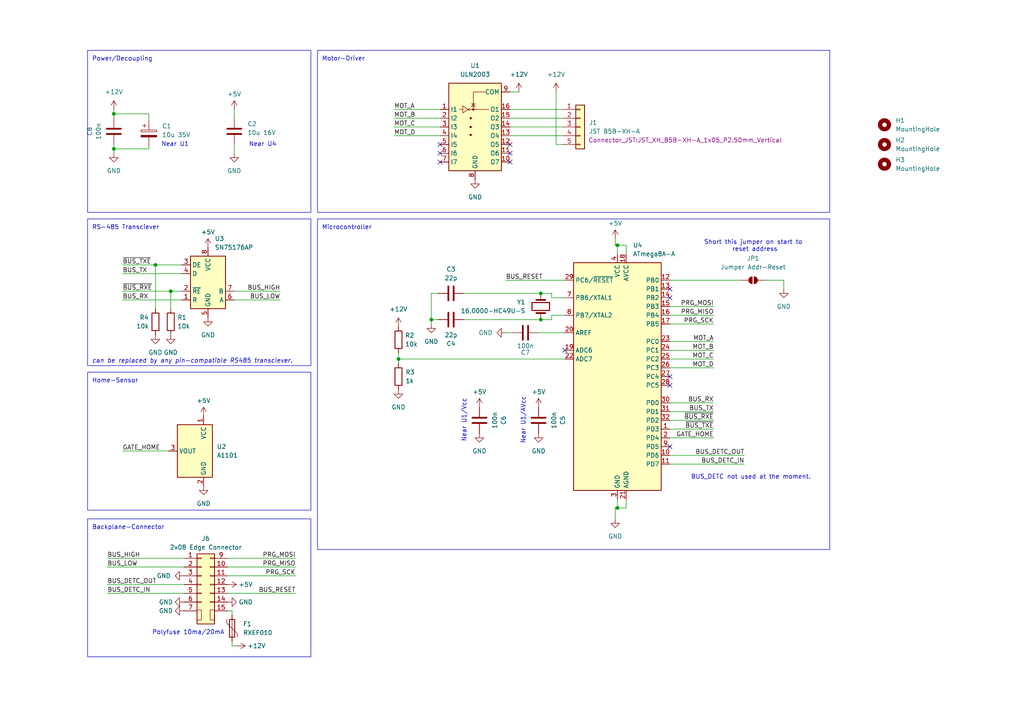
<source format=kicad_sch>
(kicad_sch (version 20250114) (generator "eeschema") (generator_version "9.0")
  (paper "A4")
  (title_block (title "Split-Flap Module Controller ") (date "2025-01-10") (rev "1") (company "Dennis Gunia www.dennisgunia.de") (comment 1 "Rev1 replaced U1 with dip variant"))
  (lib_symbols
    (symbol "Connector_Generic:Conn_01x05" (pin_names (offset 1.016) (hide yes))
      (property "Reference" "J" (at 0 7.62 0))
      (property "Value" "Conn_01x05" (at 0 -7.62 0))
      (symbol "Conn_01x05_1_1"
        (rectangle (start -1.27 6.35) (end 1.27 -6.35) (stroke (width 0.254)) (fill (type background)))
        (rectangle (start -1.27 5.207) (end 0 4.953) (stroke (width 0.1524)))
        (rectangle (start -1.27 2.667) (end 0 2.413) (stroke (width 0.1524)))
        (rectangle (start -1.27 0.127) (end 0 -0.127) (stroke (width 0.1524)))
        (rectangle (start -1.27 -2.413) (end 0 -2.667) (stroke (width 0.1524)))
        (rectangle (start -1.27 -4.953) (end 0 -5.207) (stroke (width 0.1524)))
        (pin passive line (at -5.08 5.08 0) (length 3.81) (name "Pin_1") (number "1"))
        (pin passive line (at -5.08 2.54 0) (length 3.81) (name "Pin_2") (number "2"))
        (pin passive line (at -5.08 0 0) (length 3.81) (name "Pin_3") (number "3"))
        (pin passive line (at -5.08 -2.54 0) (length 3.81) (name "Pin_4") (number "4"))
        (pin passive line (at -5.08 -5.08 0) (length 3.81) (name "Pin_5") (number "5"))
      )
    )
    (symbol "Connector_Generic:Conn_02x08_Top_Bottom" (pin_names (offset 1.016) (hide yes))
      (property "Reference" "J6" (at 1.27 13.335 0))
      (property "Value" "2x08 Edge Connector" (at 1.27 10.795 0))
      (symbol "Conn_02x08_Top_Bottom_1_1"
        (rectangle (start -1.27 8.89) (end 3.81 -11.43) (stroke (width 0.254)) (fill (type background)))
        (rectangle (start -1.27 7.747) (end 0 7.493) (stroke (width 0.1524)))
        (rectangle (start -1.27 5.207) (end 0 4.953) (stroke (width 0.1524)))
        (rectangle (start -1.27 2.667) (end 0 2.413) (stroke (width 0.1524)))
        (rectangle (start -1.27 0.127) (end 0 -0.127) (stroke (width 0.1524)))
        (rectangle (start -1.27 -2.413) (end 0 -2.667) (stroke (width 0.1524)))
        (rectangle (start -1.27 -4.953) (end 0 -5.207) (stroke (width 0.1524)))
        (rectangle (start -1.27 -7.366) (end 0 -10.287) (stroke (width 0.1524)))
        (rectangle (start 2.54 -7.366) (end 3.81 -10.287) (stroke (width 0.1524)))
        (rectangle (start 3.81 7.747) (end 2.54 7.493) (stroke (width 0.1524)))
        (rectangle (start 3.81 5.207) (end 2.54 4.953) (stroke (width 0.1524)))
        (rectangle (start 3.81 2.667) (end 2.54 2.413) (stroke (width 0.1524)))
        (rectangle (start 3.81 0.127) (end 2.54 -0.127) (stroke (width 0.1524)))
        (rectangle (start 3.81 -2.413) (end 2.54 -2.667) (stroke (width 0.1524)))
        (rectangle (start 3.81 -4.953) (end 2.54 -5.207) (stroke (width 0.1524)))
        (pin passive line (at -5.08 7.62 0) (length 3.81) (name "Pin_1") (number "1"))
        (pin passive line (at -5.08 5.08 0) (length 3.81) (name "Pin_2") (number "2"))
        (pin passive line (at -5.08 2.54 0) (length 3.81) (name "Pin_3") (number "3"))
        (pin passive line (at -5.08 0 0) (length 3.81) (name "Pin_4") (number "4"))
        (pin passive line (at -5.08 -2.54 0) (length 3.81) (name "Pin_5") (number "5"))
        (pin passive line (at -5.08 -5.08 0) (length 3.81) (name "Pin_6") (number "6"))
        (pin passive line (at -5.08 -7.62 0) (length 3.81) (name "Pin_7") (number "7"))
        (pin no_connect line (at -5.08 -10.16 0) (length 3.81) (hide yes) (name "Pin_8") (number "8"))
        (pin passive line (at 7.62 7.62 180) (length 3.81) (name "Pin_9") (number "9"))
        (pin passive line (at 7.62 5.08 180) (length 3.81) (name "Pin_10") (number "10"))
        (pin passive line (at 7.62 2.54 180) (length 3.81) (name "Pin_11") (number "11"))
        (pin passive line (at 7.62 0 180) (length 3.81) (name "Pin_12") (number "12"))
        (pin passive line (at 7.62 -2.54 180) (length 3.81) (name "Pin_13") (number "13"))
        (pin passive line (at 7.62 -5.08 180) (length 3.81) (name "Pin_14") (number "14"))
        (pin passive line (at 7.62 -7.62 180) (length 3.81) (name "Pin_15") (number "15"))
        (pin no_connect line (at 7.62 -10.16 180) (length 3.81) (hide yes) (name "Pin_16") (number "16"))
      )
    )
    (symbol "Device:C" (pin_numbers (hide yes)) (pin_names (offset 0.254))
      (property "Reference" "C" (at 0.635 2.54 0))
      (property "Value" "C" (at 0.635 -2.54 0))
      (symbol "C_0_1"
        (polyline (pts (xy -2.032 0.762) (xy 2.032 0.762)) (stroke (width 0.508)))
        (polyline (pts (xy -2.032 -0.762) (xy 2.032 -0.762)) (stroke (width 0.508)))
      )
      (symbol "C_1_1"
        (pin passive line (at 0 3.81 270) (length 2.794) (name "~") (number "1"))
        (pin passive line (at 0 -3.81 90) (length 2.794) (name "~") (number "2"))
      )
    )
    (symbol "Device:C_Polarized" (pin_numbers (hide yes)) (pin_names (offset 0.254))
      (property "Reference" "C" (at 0.635 2.54 0))
      (property "Value" "C_Polarized" (at 0.635 -2.54 0))
      (symbol "C_Polarized_0_1"
        (rectangle (start -2.286 0.508) (end 2.286 1.016))
        (polyline (pts (xy -1.778 2.286) (xy -0.762 2.286)))
        (polyline (pts (xy -1.27 2.794) (xy -1.27 1.778)))
        (rectangle (start 2.286 -0.508) (end -2.286 -1.016) (fill (type outline)))
      )
      (symbol "C_Polarized_1_1"
        (pin passive line (at 0 3.81 270) (length 2.794) (name "~") (number "1"))
        (pin passive line (at 0 -3.81 90) (length 2.794) (name "~") (number "2"))
      )
    )
    (symbol "Device:Crystal" (pin_numbers (hide yes)) (pin_names (offset 1.016) (hide yes))
      (property "Reference" "Y" (at 0 3.81 0))
      (property "Value" "Crystal" (at 0 -3.81 0))
      (symbol "Crystal_0_1"
        (polyline (pts (xy -2.54 0) (xy -1.905 0)))
        (polyline (pts (xy -1.905 -1.27) (xy -1.905 1.27)) (stroke (width 0.508)))
        (rectangle (start -1.143 2.54) (end 1.143 -2.54) (stroke (width 0.3048)))
        (polyline (pts (xy 1.905 -1.27) (xy 1.905 1.27)) (stroke (width 0.508)))
        (polyline (pts (xy 2.54 0) (xy 1.905 0)))
      )
      (symbol "Crystal_1_1"
        (pin passive line (at -3.81 0 0) (length 1.27) (name "1") (number "1"))
        (pin passive line (at 3.81 0 180) (length 1.27) (name "2") (number "2"))
      )
    )
    (symbol "Device:Polyfuse" (pin_numbers (hide yes)) (pin_names (offset 0))
      (property "Reference" "F" (at -2.54 0 90))
      (property "Value" "Polyfuse" (at 2.54 0 90))
      (symbol "Polyfuse_0_1"
        (polyline (pts (xy -1.524 2.54) (xy -1.524 1.524) (xy 1.524 -1.524) (xy 1.524 -2.54)))
        (rectangle (start -0.762 2.54) (end 0.762 -2.54) (stroke (width 0.254)))
        (polyline (pts (xy 0 2.54) (xy 0 -2.54)))
      )
      (symbol "Polyfuse_1_1"
        (pin passive line (at 0 3.81 270) (length 1.27) (name "~") (number "1"))
        (pin passive line (at 0 -3.81 90) (length 1.27) (name "~") (number "2"))
      )
    )
    (symbol "Device:R" (pin_numbers (hide yes)) (pin_names (offset 0))
      (property "Reference" "R" (at 2.032 0 90))
      (property "Value" "R" (at 0 0 90))
      (symbol "R_0_1"
        (rectangle (start -1.016 -2.54) (end 1.016 2.54) (stroke (width 0.254)))
      )
      (symbol "R_1_1"
        (pin passive line (at 0 3.81 270) (length 1.27) (name "~") (number "1"))
        (pin passive line (at 0 -3.81 90) (length 1.27) (name "~") (number "2"))
      )
    )
    (symbol "Interface_UART:SN75176AP"
      (property "Reference" "U" (at -4.318 8.89 0))
      (property "Value" "SN75176AP" (at 1.016 8.89 0))
      (symbol "SN75176AP_0_1"
        (rectangle (start -5.08 7.62) (end 5.08 -7.62) (stroke (width 0.254)) (fill (type background)))
      )
      (symbol "SN75176AP_1_1"
        (pin input line (at -7.62 5.08 0) (length 2.54) (name "DE") (number "3"))
        (pin input line (at -7.62 2.54 0) (length 2.54) (name "D") (number "4"))
        (pin input line (at -7.62 -2.54 0) (length 2.54) (name "~{RE}") (number "2"))
        (pin output line (at -7.62 -5.08 0) (length 2.54) (name "R") (number "1"))
        (pin power_in line (at 0 10.16 270) (length 2.54) (name "VCC") (number "8"))
        (pin power_in line (at 0 -10.16 90) (length 2.54) (name "GND") (number "5"))
        (pin bidirectional line (at 7.62 -2.54 180) (length 2.54) (name "B") (number "7"))
        (pin bidirectional line (at 7.62 -5.08 180) (length 2.54) (name "A") (number "6"))
      )
    )
    (symbol "Jumper:SolderJumper_2_Open" (pin_numbers (hide yes)) (pin_names (offset 0) (hide yes)) (in_bom no)
      (property "Reference" "JP" (at 0 2.032 0))
      (property "Value" "SolderJumper_2_Open" (at 0 -2.54 0))
      (symbol "SolderJumper_2_Open_0_1"
        (polyline (pts (xy -0.254 1.016) (xy -0.254 -1.016)))
        (arc (start -0.254 -1.016) (mid -1.2656 0) (end -0.254 1.016))
        (arc (start -0.254 -1.016) (mid -1.2656 0) (end -0.254 1.016) (fill (type outline)))
        (arc (start 0.254 1.016) (mid 1.2656 0) (end 0.254 -1.016))
        (arc (start 0.254 1.016) (mid 1.2656 0) (end 0.254 -1.016) (fill (type outline)))
        (polyline (pts (xy 0.254 1.016) (xy 0.254 -1.016)))
      )
      (symbol "SolderJumper_2_Open_1_1"
        (pin passive line (at -3.81 0 0) (length 2.54) (name "A") (number "1"))
        (pin passive line (at 3.81 0 180) (length 2.54) (name "B") (number "2"))
      )
    )
    (symbol "MCU_Microchip_ATmega:ATmega8A-A"
      (property "Reference" "U" (at -12.7 34.29 0))
      (property "Value" "ATmega8A-A" (at 5.08 -34.29 0))
      (symbol "ATmega8A-A_0_1"
        (rectangle (start -12.7 -33.02) (end 12.7 33.02) (stroke (width 0.254)) (fill (type background)))
      )
      (symbol "ATmega8A-A_1_1"
        (pin bidirectional line (at -15.24 27.94 0) (length 2.54) (name "PC6/~{RESET}") (number "29"))
        (pin bidirectional line (at -15.24 22.86 0) (length 2.54) (name "PB6/XTAL1") (number "7"))
        (pin bidirectional line (at -15.24 17.78 0) (length 2.54) (name "PB7/XTAL2") (number "8"))
        (pin passive line (at -15.24 12.7 0) (length 2.54) (name "AREF") (number "20"))
        (pin input line (at -15.24 7.62 0) (length 2.54) (name "ADC6") (number "19"))
        (pin input line (at -15.24 5.08 0) (length 2.54) (name "ADC7") (number "22"))
        (pin power_in line (at 0 35.56 270) (length 2.54) (name "VCC") (number "4"))
        (pin passive line (at 0 35.56 270) (length 2.54) (hide yes) (name "VCC") (number "6"))
        (pin power_in line (at 0 -35.56 90) (length 2.54) (name "GND") (number "3"))
        (pin passive line (at 0 -35.56 90) (length 2.54) (hide yes) (name "GND") (number "5"))
        (pin power_in line (at 2.54 35.56 270) (length 2.54) (name "AVCC") (number "18"))
        (pin power_in line (at 2.54 -35.56 90) (length 2.54) (name "AGND") (number "21"))
        (pin bidirectional line (at 15.24 27.94 180) (length 2.54) (name "PB0") (number "12"))
        (pin bidirectional line (at 15.24 25.4 180) (length 2.54) (name "PB1") (number "13"))
        (pin bidirectional line (at 15.24 22.86 180) (length 2.54) (name "PB2") (number "14"))
        (pin bidirectional line (at 15.24 20.32 180) (length 2.54) (name "PB3") (number "15"))
        (pin bidirectional line (at 15.24 17.78 180) (length 2.54) (name "PB4") (number "16"))
        (pin bidirectional line (at 15.24 15.24 180) (length 2.54) (name "PB5") (number "17"))
        (pin bidirectional line (at 15.24 10.16 180) (length 2.54) (name "PC0") (number "23"))
        (pin bidirectional line (at 15.24 7.62 180) (length 2.54) (name "PC1") (number "24"))
        (pin bidirectional line (at 15.24 5.08 180) (length 2.54) (name "PC2") (number "25"))
        (pin bidirectional line (at 15.24 2.54 180) (length 2.54) (name "PC3") (number "26"))
        (pin bidirectional line (at 15.24 0 180) (length 2.54) (name "PC4") (number "27"))
        (pin bidirectional line (at 15.24 -2.54 180) (length 2.54) (name "PC5") (number "28"))
        (pin bidirectional line (at 15.24 -7.62 180) (length 2.54) (name "PD0") (number "30"))
        (pin bidirectional line (at 15.24 -10.16 180) (length 2.54) (name "PD1") (number "31"))
        (pin bidirectional line (at 15.24 -12.7 180) (length 2.54) (name "PD2") (number "32"))
        (pin bidirectional line (at 15.24 -15.24 180) (length 2.54) (name "PD3") (number "1"))
        (pin bidirectional line (at 15.24 -17.78 180) (length 2.54) (name "PD4") (number "2"))
        (pin bidirectional line (at 15.24 -20.32 180) (length 2.54) (name "PD5") (number "9"))
        (pin bidirectional line (at 15.24 -22.86 180) (length 2.54) (name "PD6") (number "10"))
        (pin bidirectional line (at 15.24 -25.4 180) (length 2.54) (name "PD7") (number "11"))
      )
    )
    (symbol "Mechanical:MountingHole" (pin_names (offset 1.016))
      (property "Reference" "H" (at 0 5.08 0))
      (property "Value" "MountingHole" (at 0 3.175 0))
      (symbol "MountingHole_0_1"
        (circle (center 0 0) (radius 1.27) (stroke (width 1.27)))
      )
    )
    (symbol "Sensor_Magnetic:A1101ELHL"
      (property "Reference" "U2" (at -6.35 1.27 0))
      (property "Value" "A1101" (at -6.35 -1.27 0))
      (symbol "A1101ELHL_0_1"
        (rectangle (start -5.08 7.62) (end 5.08 -7.62) (stroke (width 0.254)) (fill (type background)))
      )
      (symbol "A1101ELHL_1_1"
        (pin power_in line (at -2.54 10.16 270) (length 2.54) (name "VCC") (number "1"))
        (pin power_in line (at -2.54 -10.16 90) (length 2.54) (name "GND") (number "2"))
        (pin open_collector line (at 7.62 0 180) (length 2.54) (name "VOUT") (number "3"))
      )
    )
    (symbol "Transistor_Array:ULN2003"
      (property "Reference" "U" (at 0 15.875 0))
      (property "Value" "ULN2003" (at 0 13.97 0))
      (symbol "ULN2003_0_1"
        (rectangle (start -7.62 -12.7) (end 7.62 12.7) (stroke (width 0.254)) (fill (type background)))
        (polyline (pts (xy -4.572 5.08) (xy -3.556 5.08)))
        (polyline (pts (xy -3.556 6.096) (xy -3.556 4.064) (xy -2.032 5.08) (xy -3.556 6.096)))
        (circle (center -1.778 5.08) (radius 0.254))
        (polyline (pts (xy -1.524 5.08) (xy 4.064 5.08)))
        (circle (center -1.27 2.54) (radius 0.254) (fill (type outline)))
        (circle (center -1.27 0) (radius 0.254) (fill (type outline)))
        (circle (center -1.27 -2.286) (radius 0.254) (fill (type outline)))
        (circle (center -0.508 5.08) (radius 0.254) (fill (type outline)))
        (polyline (pts (xy -0.508 5.08) (xy -0.508 10.16) (xy 2.921 10.16)))
        (polyline (pts (xy 0 6.731) (xy -1.016 6.731)))
        (polyline (pts (xy 0 5.969) (xy -1.016 5.969) (xy -0.508 6.731) (xy 0 5.969)))
      )
      (symbol "ULN2003_1_1"
        (pin input line (at -10.16 5.08 0) (length 2.54) (name "I1") (number "1"))
        (pin input line (at -10.16 2.54 0) (length 2.54) (name "I2") (number "2"))
        (pin input line (at -10.16 0 0) (length 2.54) (name "I3") (number "3"))
        (pin input line (at -10.16 -2.54 0) (length 2.54) (name "I4") (number "4"))
        (pin input line (at -10.16 -5.08 0) (length 2.54) (name "I5") (number "5"))
        (pin input line (at -10.16 -7.62 0) (length 2.54) (name "I6") (number "6"))
        (pin input line (at -10.16 -10.16 0) (length 2.54) (name "I7") (number "7"))
        (pin power_in line (at 0 -15.24 90) (length 2.54) (name "GND") (number "8"))
        (pin passive line (at 10.16 10.16 180) (length 2.54) (name "COM") (number "9"))
        (pin open_collector line (at 10.16 5.08 180) (length 2.54) (name "O1") (number "16"))
        (pin open_collector line (at 10.16 2.54 180) (length 2.54) (name "O2") (number "15"))
        (pin open_collector line (at 10.16 0 180) (length 2.54) (name "O3") (number "14"))
        (pin open_collector line (at 10.16 -2.54 180) (length 2.54) (name "O4") (number "13"))
        (pin open_collector line (at 10.16 -5.08 180) (length 2.54) (name "O5") (number "12"))
        (pin open_collector line (at 10.16 -7.62 180) (length 2.54) (name "O6") (number "11"))
        (pin open_collector line (at 10.16 -10.16 180) (length 2.54) (name "O7") (number "10"))
      )
    )
    (symbol "power:+12V" (power) (pin_names (offset 0))
      (property "Value" "+12V" (at 0 3.556 0))
      (symbol "+12V_0_1"
        (polyline (pts (xy -0.762 1.27) (xy 0 2.54)))
        (polyline (pts (xy 0 2.54) (xy 0.762 1.27)))
        (polyline (pts (xy 0 0) (xy 0 2.54)))
      )
      (symbol "+12V_1_1"
        (pin power_in line (at 0 0 90) (length 0) (hide yes) (name "+12V") (number "1"))
      )
    )
    (symbol "power:+5V" (power) (pin_names (offset 0))
      (property "Value" "+5V" (at 0 3.556 0))
      (symbol "+5V_0_1"
        (polyline (pts (xy -0.762 1.27) (xy 0 2.54)))
        (polyline (pts (xy 0 2.54) (xy 0.762 1.27)))
        (polyline (pts (xy 0 0) (xy 0 2.54)))
      )
      (symbol "+5V_1_1"
        (pin power_in line (at 0 0 90) (length 0) (hide yes) (name "+5V") (number "1"))
      )
    )
    (symbol "power:GND" (power) (pin_names (offset 0))
      (property "Value" "GND" (at 0 -3.81 0))
      (symbol "GND_0_1"
        (polyline (pts (xy 0 0) (xy 0 -1.27) (xy 1.27 -1.27) (xy 0 -2.54) (xy -1.27 -1.27) (xy 0 -1.27)))
      )
      (symbol "GND_1_1"
        (pin power_in line (at 0 0 270) (length 0) (hide yes) (name "GND") (number "1"))
      )
    )
  )
  (rectangle (start 92.075 14.605) (end 240.665 61.595))
  (rectangle (start 25.4 107.95) (end 90.17 147.955))
  (rectangle (start 25.4 63.5) (end 90.17 106.045))
  (rectangle (start 92.075 63.5) (end 240.665 159.385))
  (rectangle (start 25.4 150.495) (end 90.17 190.5))
  (rectangle (start 25.4 14.605) (end 90.17 61.595))
  (text "Motor-Driver\n" (at 93.345 17.145 0) (effects (font (size 1.27 1.27)) (justify left)))
  (text "RS-485 Transciever" (at 26.67 66.04 0) (effects (font (size 1.27 1.27)) (justify left)))
  (text "Power/Decoupling\n" (at 26.67 17.145 0) (effects (font (size 1.27 1.27)) (justify left)))
  (text "Polyfuse 10ma/20mA" (at 54.61 183.515 0) (effects (font (size 1.27 1.27))))
  (text "Home-Sensor" (at 26.67 110.49 0) (effects (font (size 1.27 1.27)) (justify left)))
  (text "Short this jumper on start to \nreset address" (at 218.948 71.374 0) (effects (font (size 1.27 1.27))))
  (text "Backplane-Connector" (at 26.67 153.035 0) (effects (font (size 1.27 1.27)) (justify left)))
  (text "BUS_DETC not used at the moment." (at 217.805 138.43 0) (effects (font (size 1.27 1.27))))
  (text "Near U1\n" (at 50.8 41.91 0) (effects (font (size 1.27 1.27))))
  (text "can be replaced by any pin-compatible RS485 transciever." (at 26.67 104.775 0) (effects (font (size 1.27 1.27) (italic yes)) (justify left)))
  (text "Near U1/AVcc" (at 151.765 121.92 90) (effects (font (size 1.27 1.27))))
  (text "Near U1/Vcc" (at 134.62 121.92 90) (effects (font (size 1.27 1.27))))
  (text "Microcontroller" (at 93.345 66.04 0) (effects (font (size 1.27 1.27)) (justify left)))
  (text "Near U4\n" (at 76.2 41.91 0) (effects (font (size 1.27 1.27))))
  (junction (at 45.085 76.835))
  (junction (at 125.095 92.71))
  (junction (at 156.845 92.71))
  (junction (at 33.02 43.18))
  (junction (at 156.845 85.09))
  (junction (at 179.07 147.32))
  (junction (at 49.53 84.455))
  (junction (at 179.07 71.12))
  (junction (at 115.57 104.14))
  (junction (at 33.02 33.02))
  (no_connect (at 163.83 101.6))
  (no_connect (at 147.955 41.91))
  (no_connect (at 194.31 86.36))
  (no_connect (at 147.955 44.45))
  (no_connect (at 194.31 129.54))
  (no_connect (at 194.31 111.76))
  (no_connect (at 194.31 109.22))
  (no_connect (at 127.635 46.99))
  (no_connect (at 127.635 44.45))
  (no_connect (at 127.635 41.91))
  (no_connect (at 147.955 46.99))
  (no_connect (at 194.31 83.82))
  (wire (pts (xy 179.07 147.32) (xy 179.07 144.78)))
  (wire (pts (xy 35.56 84.455) (xy 49.53 84.455)))
  (wire (pts (xy 194.31 106.68) (xy 207.01 106.68)))
  (wire (pts (xy 194.31 91.44) (xy 207.01 91.44)))
  (wire (pts (xy 194.31 88.9) (xy 207.01 88.9)))
  (wire (pts (xy 53.34 172.085) (xy 31.115 172.085)))
  (wire (pts (xy 194.31 134.62) (xy 215.9 134.62)))
  (wire (pts (xy 160.02 86.36) (xy 163.83 86.36)))
  (wire (pts (xy 45.085 89.535) (xy 45.085 76.835)))
  (wire (pts (xy 134.62 85.09) (xy 156.845 85.09)))
  (wire (pts (xy 227.33 81.28) (xy 227.33 83.82)))
  (wire (pts (xy 179.07 147.32) (xy 178.435 147.32)))
  (wire (pts (xy 179.07 147.32) (xy 181.61 147.32)))
  (wire (pts (xy 33.02 41.91) (xy 33.02 43.18)))
  (wire (pts (xy 146.685 81.28) (xy 163.83 81.28)))
  (wire (pts (xy 160.02 92.71) (xy 160.02 91.44)))
  (wire (pts (xy 67.31 187.325) (xy 68.58 187.325)))
  (wire (pts (xy 33.02 34.29) (xy 33.02 33.02)))
  (wire (pts (xy 194.31 93.98) (xy 207.01 93.98)))
  (wire (pts (xy 127.635 36.83) (xy 114.3 36.83)))
  (wire (pts (xy 67.31 177.165) (xy 67.31 178.435)))
  (wire (pts (xy 49.53 84.455) (xy 49.53 89.535)))
  (wire (pts (xy 160.02 91.44) (xy 163.83 91.44)))
  (wire (pts (xy 67.945 84.455) (xy 81.28 84.455)))
  (wire (pts (xy 52.705 86.995) (xy 35.56 86.995)))
  (wire (pts (xy 66.04 177.165) (xy 67.31 177.165)))
  (wire (pts (xy 43.18 42.545) (xy 43.18 43.18)))
  (wire (pts (xy 127.635 34.29) (xy 114.3 34.29)))
  (wire (pts (xy 66.04 172.085) (xy 85.725 172.085)))
  (wire (pts (xy 161.29 41.91) (xy 163.195 41.91)))
  (wire (pts (xy 115.57 105.41) (xy 115.57 104.14)))
  (wire (pts (xy 181.61 71.12) (xy 179.07 71.12)))
  (wire (pts (xy 31.115 164.465) (xy 53.34 164.465)))
  (wire (pts (xy 222.25 81.28) (xy 227.33 81.28)))
  (wire (pts (xy 67.945 31.75) (xy 67.945 34.29)))
  (wire (pts (xy 66.04 164.465) (xy 85.725 164.465)))
  (wire (pts (xy 179.07 71.12) (xy 179.07 73.66)))
  (wire (pts (xy 148.59 96.52) (xy 146.685 96.52)))
  (wire (pts (xy 147.955 39.37) (xy 163.195 39.37)))
  (wire (pts (xy 67.31 186.055) (xy 67.31 187.325)))
  (wire (pts (xy 181.61 73.66) (xy 181.61 71.12)))
  (wire (pts (xy 147.955 26.67) (xy 150.495 26.67)))
  (wire (pts (xy 115.57 104.14) (xy 115.57 102.362)))
  (wire (pts (xy 156.845 85.09) (xy 160.02 85.09)))
  (wire (pts (xy 43.18 33.02) (xy 33.02 33.02)))
  (wire (pts (xy 134.62 92.71) (xy 156.845 92.71)))
  (wire (pts (xy 127 85.09) (xy 125.095 85.09)))
  (wire (pts (xy 35.56 76.835) (xy 45.085 76.835)))
  (wire (pts (xy 178.435 150.495) (xy 178.435 147.32)))
  (wire (pts (xy 194.31 101.6) (xy 207.01 101.6)))
  (wire (pts (xy 125.095 85.09) (xy 125.095 92.71)))
  (wire (pts (xy 194.31 116.84) (xy 207.01 116.84)))
  (wire (pts (xy 127.635 39.37) (xy 114.3 39.37)))
  (wire (pts (xy 33.02 43.18) (xy 33.02 44.45)))
  (wire (pts (xy 53.34 169.545) (xy 31.115 169.545)))
  (wire (pts (xy 33.02 43.18) (xy 43.18 43.18)))
  (wire (pts (xy 147.955 34.29) (xy 163.195 34.29)))
  (wire (pts (xy 194.31 104.14) (xy 207.01 104.14)))
  (wire (pts (xy 66.04 161.925) (xy 85.725 161.925)))
  (wire (pts (xy 43.18 34.925) (xy 43.18 33.02)))
  (wire (pts (xy 194.31 119.38) (xy 207.01 119.38)))
  (wire (pts (xy 156.21 96.52) (xy 163.83 96.52)))
  (wire (pts (xy 181.61 144.78) (xy 181.61 147.32)))
  (wire (pts (xy 66.04 167.005) (xy 85.725 167.005)))
  (wire (pts (xy 115.57 104.14) (xy 163.83 104.14)))
  (wire (pts (xy 52.705 79.375) (xy 35.56 79.375)))
  (wire (pts (xy 67.945 86.995) (xy 81.28 86.995)))
  (wire (pts (xy 127.635 31.75) (xy 114.3 31.75)))
  (wire (pts (xy 67.945 41.91) (xy 67.945 44.45)))
  (wire (pts (xy 194.31 124.46) (xy 207.01 124.46)))
  (wire (pts (xy 125.095 92.71) (xy 125.095 93.98)))
  (wire (pts (xy 194.31 99.06) (xy 207.01 99.06)))
  (wire (pts (xy 161.29 26.67) (xy 161.29 41.91)))
  (wire (pts (xy 194.31 81.28) (xy 214.63 81.28)))
  (wire (pts (xy 160.02 85.09) (xy 160.02 86.36)))
  (wire (pts (xy 52.705 84.455) (xy 49.53 84.455)))
  (wire (pts (xy 33.02 31.75) (xy 33.02 33.02)))
  (wire (pts (xy 156.845 92.71) (xy 160.02 92.71)))
  (wire (pts (xy 178.435 69.215) (xy 178.435 71.12)))
  (wire (pts (xy 194.31 132.08) (xy 215.9 132.08)))
  (wire (pts (xy 45.085 76.835) (xy 52.705 76.835)))
  (wire (pts (xy 53.34 161.925) (xy 31.115 161.925)))
  (wire (pts (xy 194.31 121.92) (xy 207.01 121.92)))
  (wire (pts (xy 147.955 31.75) (xy 163.195 31.75)))
  (wire (pts (xy 179.07 71.12) (xy 178.435 71.12)))
  (wire (pts (xy 147.955 36.83) (xy 163.195 36.83)))
  (wire (pts (xy 127 92.71) (xy 125.095 92.71)))
  (wire (pts (xy 48.895 130.81) (xy 35.56 130.81)))
  (wire (pts (xy 194.31 127) (xy 207.01 127)))
  (label "BUS_TX" (at 35.56 79.375 0))
  (label "MOT_A" (at 114.3 31.75 0))
  (label "MOT_C" (at 207.01 104.14 180))
  (label "BUS_RESET" (at 85.725 172.085 180))
  (label "BUS_RX" (at 207.01 116.84 180))
  (label "GATE_HOME" (at 207.01 127 180))
  (label "MOT_C" (at 114.3 36.83 0))
  (label "MOT_D" (at 114.3 39.37 0))
  (label "MOT_A" (at 207.01 99.06 180))
  (label "BUS_RX" (at 35.56 86.995 0))
  (label "BUS_DETC_OUT" (at 31.115 169.545 0))
  (label "PRG_SCK" (at 207.01 93.98 180))
  (label "BUS_HIGH" (at 81.28 84.455 180))
  (label "MOT_D" (at 207.01 106.68 180))
  (label "PRG_MISO" (at 207.01 91.44 180))
  (label "BUS_HIGH" (at 31.115 161.925 0))
  (label "BUS_DETC_IN" (at 215.9 134.62 180))
  (label "MOT_B" (at 114.3 34.29 0))
  (label "GATE_HOME" (at 35.56 130.81 0))
  (label "PRG_MISO" (at 85.725 164.465 180))
  (label "BUS_RESET" (at 146.685 81.28 0))
  (label "MOT_B" (at 207.01 101.6 180))
  (label "~{BUS_TXE}" (at 207.01 124.46 180))
  (label "PRG_MOSI" (at 85.725 161.925 180))
  (label "~{BUS_TXE}" (at 35.56 76.835 0))
  (label "~{BUS_RXE}" (at 207.01 121.92 180))
  (label "BUS_LOW" (at 81.28 86.995 180))
  (label "~{BUS_RXE}" (at 35.56 84.455 0))
  (label "BUS_LOW" (at 31.115 164.465 0))
  (label "BUS_DETC_OUT" (at 215.9 132.08 180))
  (label "PRG_MOSI" (at 207.01 88.9 180))
  (label "BUS_DETC_IN" (at 31.115 172.085 0))
  (label "BUS_TX" (at 207.01 119.38 180))
  (label "PRG_SCK" (at 85.725 167.005 180))
  (symbol (lib_id "power:+5V") (at 67.945 31.75 0) (unit 1)
    (property "Reference" "#PWR08" (effects (hide yes)))
    (property "Value" "+5V" (at 67.945 27.305 0))
  )
  (symbol (lib_id "power:+12V") (at 115.57 94.742 0) (mirror y) (unit 1)
    (property "Reference" "#PWR028" (effects (hide yes)))
    (property "Value" "+12V" (at 115.57 89.662 0))
  )
  (symbol (lib_id "Device:Polyfuse") (at 67.31 182.245 0) (unit 1)
    (property "Reference" "F1" (at 70.485 180.975 0) (effects (justify left)))
    (property "Value" "RXEF010" (at 70.485 183.515 0) (effects (justify left)))
    (property "Footprint" "Capacitor_THT:C_Disc_D7.5mm_W2.5mm_P5.00mm" (effects (hide yes)))
  )
  (symbol (lib_id "Device:C") (at 156.21 121.92 0) (mirror x) (unit 1)
    (property "Reference" "C5" (at 163.195 121.92 90))
    (property "Value" "100n" (at 160.655 121.92 90))
    (property "Footprint" "Capacitor_SMD:C_0805_2012Metric" (effects (hide yes)))
  )
  (symbol (lib_id "Sensor_Magnetic:A1101ELHL") (at 56.515 130.81 0) (mirror y) (unit 1)
    (property "Reference" "U2" (at 62.865 129.54 0) (effects (justify right)))
    (property "Value" "A1101" (at 62.865 132.08 0) (effects (justify right)))
    (property "Footprint" "Dennis:UA A1101" (effects (hide yes)))
    (property "Datasheet" "https://www.allegromicro.com/-/media/files/datasheets/a110x-datasheet.ashx" (effects (hide yes)))
  )
  (symbol (lib_id "Device:C_Polarized") (at 43.18 38.735 0) (unit 1)
    (property "Reference" "C1" (at 46.99 36.576 0) (effects (justify left)))
    (property "Value" "10u 35V" (at 46.99 39.116 0) (effects (justify left)))
    (property "Footprint" "Capacitor_THT:CP_Radial_D6.3mm_P2.50mm" (effects (hide yes)))
  )
  (symbol (lib_id "Connector_Generic:Conn_01x05") (at 168.275 36.83 0) (unit 1)
    (property "Reference" "J1" (at 170.815 35.56 0) (effects (justify left)))
    (property "Value" "JST B5B-XH-A" (at 170.815 38.1 0) (effects (justify left)))
    (property "Footprint" "Connector_JST:JST_XH_B5B-XH-A_1x05_P2.50mm_Vertical" (at 198.755 40.64 0))
  )
  (symbol (lib_id "power:+5V") (at 66.04 169.545 270) (unit 1)
    (property "Reference" "#PWR019" (effects (hide yes)))
    (property "Value" "+5V" (at 69.215 169.545 90) (effects (justify left)))
  )
  (symbol (lib_id "Device:R") (at 115.57 98.552 0) (unit 1)
    (property "Reference" "R2" (at 117.475 97.282 0) (effects (justify left)))
    (property "Value" "10k" (at 117.475 99.822 0) (effects (justify left)))
    (property "Footprint" "Resistor_SMD:R_0805_2012Metric" (effects (hide yes)))
  )
  (symbol (lib_id "power:GND") (at 139.065 125.73 0) (mirror y) (unit 1)
    (property "Reference" "#PWR027" (effects (hide yes)))
    (property "Value" "GND" (at 139.065 130.81 0))
  )
  (symbol (lib_id "power:+12V") (at 150.495 26.67 0) (unit 1)
    (property "Reference" "#PWR02" (effects (hide yes)))
    (property "Value" "+12V" (at 150.495 21.59 0))
  )
  (symbol (lib_id "power:GND") (at 66.04 174.625 90) (unit 1)
    (property "Reference" "#PWR022" (effects (hide yes)))
    (property "Value" "GND" (at 69.215 174.625 90) (effects (justify right)))
  )
  (symbol (lib_id "power:GND") (at 60.325 92.075 0) (mirror y) (unit 1)
    (property "Reference" "#PWR010" (effects (hide yes)))
    (property "Value" "GND" (at 60.325 97.155 0))
  )
  (symbol (lib_id "power:+12V") (at 161.29 26.67 0) (unit 1)
    (property "Reference" "#PWR01" (effects (hide yes)))
    (property "Value" "+12V" (at 161.29 21.59 0))
  )
  (symbol (lib_id "power:+5V") (at 60.325 71.755 0) (unit 1)
    (property "Reference" "#PWR09" (effects (hide yes)))
    (property "Value" "+5V" (at 60.325 67.31 0))
  )
  (symbol (lib_id "power:GND") (at 53.34 167.005 270) (unit 1)
    (property "Reference" "#PWR023" (effects (hide yes)))
    (property "Value" "GND" (at 49.53 167.005 90) (effects (justify right)))
  )
  (symbol (lib_id "power:GND") (at 33.02 44.45 0) (mirror y) (unit 1)
    (property "Reference" "#PWR05" (effects (hide yes)))
    (property "Value" "GND" (at 33.02 49.53 0))
  )
  (symbol (lib_id "power:GND") (at 146.685 96.52 270) (mirror x) (unit 1)
    (property "Reference" "#PWR014" (effects (hide yes)))
    (property "Value" "GND" (at 142.875 96.5199 90) (effects (justify right)))
  )
  (symbol (lib_id "Jumper:SolderJumper_2_Open") (at 218.44 81.28 0) (unit 1) (in_bom no)
    (property "Reference" "JP1" (at 218.44 74.93 0))
    (property "Value" "Jumper Addr-Reset" (at 218.44 77.47 0))
    (property "Footprint" "Jumper:SolderJumper-2_P1.3mm_Open_Pad1.0x1.5mm" (effects (hide yes)))
    (property "Description" "Solder Jumper, 2-pole, open" (effects (hide yes)))
  )
  (symbol (lib_id "Device:R") (at 115.57 109.22 0) (unit 1)
    (property "Reference" "R3" (at 117.602 107.9499 0) (effects (justify left)))
    (property "Value" "1k" (at 117.602 110.4899 0) (effects (justify left)))
    (property "Footprint" "Resistor_SMD:R_0805_2012Metric" (effects (hide yes)))
  )
  (symbol (lib_id "Connector_Generic:Conn_02x08_Top_Bottom") (at 58.42 169.545 0) (unit 1)
    (property "Reference" "J6" (at 59.69 156.21 0))
    (property "Value" "2x08 Edge Connector" (at 59.69 158.75 0))
    (property "Footprint" "Dennis:Card Edge 16 power" (effects (hide yes)))
  )
  (symbol (lib_id "Device:C") (at 67.945 38.1 0) (unit 1)
    (property "Reference" "C2" (at 71.755 35.941 0) (effects (justify left)))
    (property "Value" "10u 16V" (at 71.755 38.481 0) (effects (justify left)))
    (property "Footprint" "Capacitor_SMD:C_1206_3216Metric" (effects (hide yes)))
    (property "Description" "Unpolarized capacitor" (effects (hide yes)))
  )
  (symbol (lib_id "Device:R") (at 45.085 93.345 0) (mirror y) (unit 1)
    (property "Reference" "R4" (at 43.18 92.075 0) (effects (justify left)))
    (property "Value" "10k" (at 43.18 94.615 0) (effects (justify left)))
    (property "Footprint" "Resistor_SMD:R_0805_2012Metric" (effects (hide yes)))
  )
  (symbol (lib_id "Mechanical:MountingHole") (at 256.54 47.625 0) (unit 1)
    (property "Reference" "H3" (at 259.715 46.355 0) (effects (justify left)))
    (property "Value" "MountingHole" (at 259.715 48.895 0) (effects (justify left)))
    (property "Footprint" "MountingHole:MountingHole_3.2mm_M3" (effects (hide yes)))
  )
  (symbol (lib_id "MCU_Microchip_ATmega:ATmega8A-A") (at 179.07 109.22 0) (unit 1)
    (property "Reference" "U4" (at 183.5659 71.12 0) (effects (justify left)))
    (property "Value" "ATmega8A-A" (at 183.5659 73.66 0) (effects (justify left)))
    (property "Footprint" "Package_QFP:TQFP-32_7x7mm_P0.8mm" (effects (hide yes)))
    (property "Datasheet" "http://ww1.microchip.com/downloads/en/DeviceDoc/Microchip%208bit%20mcu%20AVR%20ATmega8A%20data%20sheet%2040001974A.pdf" (effects (hide yes)))
  )
  (symbol (lib_id "Device:C") (at 130.81 85.09 90) (unit 1)
    (property "Reference" "C3" (at 130.81 78.105 90))
    (property "Value" "22p" (at 130.81 80.645 90))
    (property "Footprint" "Capacitor_SMD:C_0805_2012Metric" (effects (hide yes)))
  )
  (symbol (lib_id "power:+12V") (at 33.02 31.75 0) (mirror y) (unit 1)
    (property "Reference" "#PWR04" (effects (hide yes)))
    (property "Value" "+12V" (at 33.02 26.67 0))
  )
  (symbol (lib_id "Device:C") (at 130.81 92.71 90) (mirror x) (unit 1)
    (property "Reference" "C4" (at 130.81 99.695 90))
    (property "Value" "22p" (at 130.81 97.155 90))
    (property "Footprint" "Capacitor_SMD:C_0805_2012Metric" (effects (hide yes)))
  )
  (symbol (lib_id "power:GND") (at 59.055 140.97 0) (unit 1)
    (property "Reference" "#PWR012" (effects (hide yes)))
    (property "Value" "GND" (at 59.055 146.05 0))
  )
  (symbol (lib_id "power:GND") (at 45.085 97.155 0) (mirror y) (unit 1)
    (property "Reference" "#PWR030" (effects (hide yes)))
    (property "Value" "GND" (at 45.085 102.235 0))
  )
  (symbol (lib_id "Device:Crystal") (at 156.845 88.9 270) (unit 1)
    (property "Reference" "Y1" (at 152.4 87.63 90) (effects (justify right)))
    (property "Value" "16,0000-HC49U-S" (at 152.4 90.17 90) (effects (justify right)))
    (property "Footprint" "Crystal:Crystal_HC49-U_Vertical" (effects (hide yes)))
  )
  (symbol (lib_id "power:+12V") (at 68.58 187.325 270) (unit 1)
    (property "Reference" "#PWR020" (effects (hide yes)))
    (property "Value" "+12V" (at 71.755 187.325 90) (effects (justify left)))
  )
  (symbol (lib_id "power:+5V") (at 59.055 120.65 0) (unit 1)
    (property "Reference" "#PWR011" (effects (hide yes)))
    (property "Value" "+5V" (at 59.055 116.205 0))
  )
  (symbol (lib_id "power:GND") (at 115.57 113.03 0) (mirror y) (unit 1)
    (property "Reference" "#PWR029" (effects (hide yes)))
    (property "Value" "GND" (at 115.57 118.11 0))
  )
  (symbol (lib_id "power:GND") (at 178.435 150.495 0) (mirror y) (unit 1)
    (property "Reference" "#PWR06" (effects (hide yes)))
    (property "Value" "GND" (at 178.435 155.575 0))
  )
  (symbol (lib_id "Device:C") (at 152.4 96.52 90) (mirror x) (unit 1)
    (property "Reference" "C7" (at 152.4 102.235 90))
    (property "Value" "100n" (at 152.4 100.33 90))
    (property "Footprint" "Capacitor_SMD:C_0805_2012Metric" (effects (hide yes)))
  )
  (symbol (lib_id "Device:C") (at 33.02 38.1 0) (mirror y) (unit 1)
    (property "Reference" "C8" (at 26.035 38.1 90))
    (property "Value" "100n" (at 28.575 38.1 90))
    (property "Footprint" "Capacitor_SMD:C_0805_2012Metric" (effects (hide yes)))
  )
  (symbol (lib_id "power:GND") (at 49.53 97.155 0) (mirror y) (unit 1)
    (property "Reference" "#PWR025" (effects (hide yes)))
    (property "Value" "GND" (at 49.53 102.235 0))
  )
  (symbol (lib_id "Transistor_Array:ULN2003") (at 137.795 36.83 0) (unit 1)
    (property "Reference" "U1" (at 137.795 19.05 0))
    (property "Value" "ULN2003" (at 137.795 21.59 0))
    (property "Footprint" "Package_DIP:DIP-16_W7.62mm" (effects (hide yes)))
    (property "Datasheet" "http://www.ti.com/lit/ds/symlink/uln2003a.pdf" (effects (hide yes)))
  )
  (symbol (lib_id "power:GND") (at 227.33 83.82 0) (mirror y) (unit 1)
    (property "Reference" "#PWR032" (effects (hide yes)))
    (property "Value" "GND" (at 227.33 88.9 0))
  )
  (symbol (lib_id "Interface_UART:SN75176AP") (at 60.325 81.915 0) (unit 1)
    (property "Reference" "U3" (at 62.2809 69.215 0) (effects (justify left)))
    (property "Value" "SN75176AP" (at 62.2809 71.755 0) (effects (justify left)))
    (property "Footprint" "Package_DIP:DIP-8_W7.62mm" (effects (hide yes)))
    (property "Datasheet" "http://www.ti.com/lit/ds/symlink/sn75176a.pdf" (effects (hide yes)))
  )
  (symbol (lib_id "Device:R") (at 49.53 93.345 0) (unit 1)
    (property "Reference" "R1" (at 51.435 92.075 0) (effects (justify left)))
    (property "Value" "10k" (at 51.435 94.615 0) (effects (justify left)))
    (property "Footprint" "Resistor_SMD:R_0805_2012Metric" (effects (hide yes)))
  )
  (symbol (lib_id "power:GND") (at 67.945 44.45 0) (mirror y) (unit 1)
    (property "Reference" "#PWR031" (effects (hide yes)))
    (property "Value" "GND" (at 67.945 49.53 0))
  )
  (symbol (lib_id "Mechanical:MountingHole") (at 256.54 36.195 0) (unit 1)
    (property "Reference" "H1" (at 259.715 34.925 0) (effects (justify left)))
    (property "Value" "MountingHole" (at 259.715 37.465 0) (effects (justify left)))
    (property "Footprint" "MountingHole:MountingHole_3.2mm_M3" (effects (hide yes)))
  )
  (symbol (lib_id "Device:C") (at 139.065 121.92 0) (mirror x) (unit 1)
    (property "Reference" "C6" (at 146.05 121.92 90))
    (property "Value" "100n" (at 143.51 121.92 90))
    (property "Footprint" "Capacitor_SMD:C_0805_2012Metric" (effects (hide yes)))
  )
  (symbol (lib_id "power:+5V") (at 178.435 69.215 0) (unit 1)
    (property "Reference" "#PWR024" (effects (hide yes)))
    (property "Value" "+5V" (at 178.435 64.77 0))
  )
  (symbol (lib_id "power:GND") (at 53.34 177.165 270) (unit 1)
    (property "Reference" "#PWR018" (effects (hide yes)))
    (property "Value" "GND" (at 50.165 177.165 90) (effects (justify right)))
  )
  (symbol (lib_id "power:GND") (at 156.21 125.73 0) (mirror y) (unit 1)
    (property "Reference" "#PWR017" (effects (hide yes)))
    (property "Value" "GND" (at 156.21 130.81 0))
  )
  (symbol (lib_id "power:GND") (at 137.795 52.07 0) (unit 1)
    (property "Reference" "#PWR03" (effects (hide yes)))
    (property "Value" "GND" (at 137.795 57.15 0))
  )
  (symbol (lib_id "Mechanical:MountingHole") (at 256.54 41.91 0) (unit 1)
    (property "Reference" "H2" (at 259.715 40.64 0) (effects (justify left)))
    (property "Value" "MountingHole" (at 259.715 43.18 0) (effects (justify left)))
    (property "Footprint" "MountingHole:MountingHole_3.2mm_M3" (effects (hide yes)))
  )
  (symbol (lib_id "power:GND") (at 125.095 93.98 0) (mirror y) (unit 1)
    (property "Reference" "#PWR015" (effects (hide yes)))
    (property "Value" "GND" (at 125.095 99.06 0))
  )
  (symbol (lib_id "power:+5V") (at 156.21 118.11 0) (unit 1)
    (property "Reference" "#PWR016" (effects (hide yes)))
    (property "Value" "+5V" (at 156.21 113.665 0))
  )
  (symbol (lib_id "power:GND") (at 53.34 174.625 270) (unit 1)
    (property "Reference" "#PWR021" (effects (hide yes)))
    (property "Value" "GND" (at 50.165 174.625 90) (effects (justify right)))
  )
  (symbol (lib_id "power:+5V") (at 139.065 118.11 0) (unit 1)
    (property "Reference" "#PWR026" (effects (hide yes)))
    (property "Value" "+5V" (at 139.065 113.665 0))
  )
)
</source>
